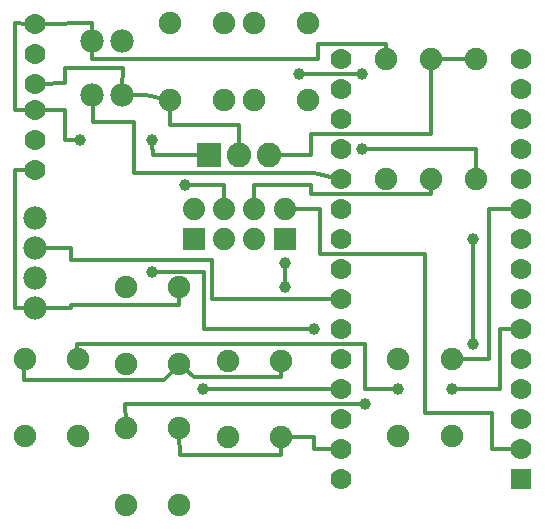
<source format=gtl>
G04 MADE WITH FRITZING*
G04 WWW.FRITZING.ORG*
G04 DOUBLE SIDED*
G04 HOLES PLATED*
G04 CONTOUR ON CENTER OF CONTOUR VECTOR*
%ASAXBY*%
%FSLAX23Y23*%
%MOIN*%
%OFA0B0*%
%SFA1.0B1.0*%
%ADD10C,0.082000*%
%ADD11C,0.069444*%
%ADD12C,0.070000*%
%ADD13C,0.075000*%
%ADD14C,0.074472*%
%ADD15C,0.078000*%
%ADD16C,0.039370*%
%ADD17R,0.082000X0.082000*%
%ADD18R,0.069972X0.070000*%
%ADD19R,0.074472X0.074108*%
%ADD20C,0.012000*%
%LNCOPPER1*%
G90*
G70*
G54D10*
X676Y1398D03*
X776Y1398D03*
X876Y1398D03*
G54D11*
X94Y1836D03*
X94Y1736D03*
X94Y1636D03*
G54D12*
X1717Y318D03*
X1717Y418D03*
X1717Y518D03*
X1717Y618D03*
X1717Y718D03*
X1717Y818D03*
X1717Y918D03*
X1717Y1018D03*
X1717Y1118D03*
X1717Y1218D03*
X1717Y1318D03*
X1717Y1418D03*
X1717Y1518D03*
X1717Y1618D03*
X1717Y1718D03*
X1117Y318D03*
X1117Y418D03*
X1117Y518D03*
X1117Y618D03*
X1117Y718D03*
X1117Y818D03*
X1117Y918D03*
X1117Y1018D03*
X1117Y1118D03*
X1117Y1218D03*
X1117Y1318D03*
X1117Y1418D03*
X1117Y1518D03*
X1117Y1618D03*
X1117Y1718D03*
G54D11*
X97Y1548D03*
X97Y1448D03*
X97Y1349D03*
G54D13*
X1267Y1718D03*
X1267Y1318D03*
X725Y1838D03*
X725Y1582D03*
X547Y1838D03*
X547Y1582D03*
X1005Y1838D03*
X1005Y1582D03*
X827Y1838D03*
X827Y1582D03*
G54D14*
X928Y1118D03*
X928Y1218D03*
X827Y1118D03*
X827Y1218D03*
X727Y1118D03*
X727Y1218D03*
X626Y1118D03*
X626Y1218D03*
X928Y1118D03*
X928Y1218D03*
X827Y1118D03*
X827Y1218D03*
X727Y1118D03*
X727Y1218D03*
X626Y1118D03*
X626Y1218D03*
G54D13*
X1567Y1718D03*
X1567Y1318D03*
X1417Y1718D03*
X1417Y1318D03*
G54D15*
X287Y1598D03*
X387Y1598D03*
X287Y1778D03*
X387Y1778D03*
X97Y888D03*
X97Y988D03*
X97Y1088D03*
X97Y1188D03*
G54D16*
X1027Y818D03*
X1557Y1118D03*
X1557Y768D03*
X1197Y568D03*
X657Y618D03*
X247Y1448D03*
X487Y1448D03*
X1187Y1418D03*
X597Y1298D03*
G54D13*
X238Y718D03*
X238Y462D03*
X61Y718D03*
X61Y462D03*
X400Y232D03*
X400Y488D03*
X577Y232D03*
X577Y488D03*
X400Y702D03*
X400Y958D03*
X577Y702D03*
X577Y958D03*
X740Y458D03*
X740Y714D03*
X917Y458D03*
X917Y714D03*
X1485Y718D03*
X1485Y462D03*
X1307Y718D03*
X1307Y462D03*
G54D16*
X487Y1008D03*
X1307Y618D03*
X1487Y618D03*
X928Y1038D03*
X928Y959D03*
X977Y1668D03*
X1187Y1668D03*
G54D17*
X676Y1398D03*
G54D18*
X1717Y318D03*
G54D19*
X928Y1118D03*
X928Y1118D03*
X626Y1118D03*
G54D20*
X827Y1244D02*
X827Y1299D01*
D02*
X1017Y1269D02*
X1417Y1269D01*
D02*
X1017Y1298D02*
X1017Y1269D01*
D02*
X827Y1299D02*
X1017Y1298D01*
D02*
X1417Y1269D02*
X1417Y1295D01*
D02*
X1608Y718D02*
X1608Y1219D01*
D02*
X1508Y718D02*
X1608Y718D01*
D02*
X1608Y1219D02*
X1694Y1218D01*
D02*
X687Y918D02*
X687Y1048D01*
D02*
X217Y1048D02*
X217Y1088D01*
D02*
X687Y1048D02*
X217Y1048D01*
D02*
X217Y1088D02*
X122Y1088D01*
D02*
X1094Y918D02*
X687Y918D01*
D02*
X288Y1508D02*
X427Y1508D01*
D02*
X427Y1508D02*
X427Y1338D01*
D02*
X288Y1574D02*
X288Y1508D01*
D02*
X1027Y1338D02*
X1094Y1324D01*
D02*
X427Y1338D02*
X1027Y1338D01*
D02*
X1544Y1718D02*
X1440Y1718D01*
D02*
X903Y1398D02*
X1017Y1399D01*
D02*
X1017Y1399D02*
X1017Y1468D01*
D02*
X1017Y1468D02*
X1417Y1468D01*
D02*
X1417Y1468D02*
X1417Y1695D01*
D02*
X1618Y538D02*
X1397Y538D01*
D02*
X1694Y418D02*
X1618Y419D01*
D02*
X1397Y538D02*
X1397Y1069D01*
D02*
X1618Y419D02*
X1618Y538D01*
D02*
X1397Y1069D02*
X1047Y1068D01*
D02*
X1047Y1068D02*
X1047Y1219D01*
D02*
X1047Y1219D02*
X954Y1219D01*
D02*
X727Y1244D02*
X727Y1299D01*
D02*
X727Y1299D02*
X611Y1298D01*
D02*
X1567Y1341D02*
X1567Y1419D01*
D02*
X1567Y1419D02*
X1201Y1418D01*
D02*
X525Y1587D02*
X467Y1598D01*
D02*
X467Y1598D02*
X412Y1598D01*
D02*
X776Y1425D02*
X777Y1499D01*
D02*
X777Y1499D02*
X547Y1499D01*
D02*
X547Y1499D02*
X547Y1559D01*
D02*
X197Y1688D02*
X388Y1688D01*
D02*
X197Y1638D02*
X197Y1688D01*
D02*
X115Y1636D02*
X197Y1638D01*
D02*
X388Y1688D02*
X387Y1623D01*
D02*
X217Y888D02*
X97Y888D01*
D02*
X217Y899D02*
X217Y888D01*
D02*
X577Y899D02*
X217Y899D01*
D02*
X577Y935D02*
X577Y899D01*
D02*
X28Y888D02*
X28Y1348D01*
D02*
X28Y1348D02*
X77Y1348D01*
D02*
X73Y888D02*
X28Y888D01*
D02*
X917Y659D02*
X627Y659D01*
D02*
X917Y691D02*
X917Y659D01*
D02*
X627Y659D02*
X595Y687D01*
D02*
X1027Y419D02*
X1027Y458D01*
D02*
X1094Y418D02*
X1027Y419D01*
D02*
X1027Y458D02*
X940Y458D01*
D02*
X1694Y819D02*
X1647Y819D01*
D02*
X1647Y819D02*
X1647Y618D01*
D02*
X1647Y618D02*
X1501Y618D01*
D02*
X1294Y618D02*
X1197Y619D01*
D02*
X1197Y619D02*
X1197Y769D01*
D02*
X1197Y769D02*
X237Y769D01*
D02*
X237Y769D02*
X238Y741D01*
D02*
X1014Y818D02*
X658Y818D01*
D02*
X658Y818D02*
X658Y1009D01*
D02*
X658Y1009D02*
X501Y1008D01*
D02*
X399Y511D02*
X397Y568D01*
D02*
X397Y568D02*
X1184Y568D01*
D02*
X1557Y782D02*
X1557Y1105D01*
D02*
X287Y1803D02*
X287Y1838D01*
D02*
X287Y1838D02*
X115Y1836D01*
D02*
X77Y1549D02*
X28Y1549D01*
D02*
X28Y1549D02*
X28Y1838D01*
D02*
X28Y1838D02*
X73Y1836D01*
D02*
X650Y1398D02*
X488Y1399D01*
D02*
X488Y1399D02*
X487Y1435D01*
D02*
X1267Y1769D02*
X1038Y1769D01*
D02*
X1267Y1741D02*
X1267Y1769D01*
D02*
X1038Y1769D02*
X1038Y1718D01*
D02*
X1038Y1718D02*
X287Y1718D01*
D02*
X287Y1718D02*
X287Y1754D01*
D02*
X1094Y618D02*
X671Y618D01*
D02*
X197Y1548D02*
X118Y1548D01*
D02*
X197Y1448D02*
X197Y1548D01*
D02*
X234Y1448D02*
X197Y1448D01*
D02*
X527Y648D02*
X562Y685D01*
D02*
X60Y695D02*
X58Y648D01*
D02*
X58Y648D02*
X527Y648D01*
D02*
X917Y399D02*
X917Y435D01*
D02*
X578Y399D02*
X917Y399D01*
D02*
X577Y465D02*
X578Y399D01*
D02*
X928Y978D02*
X928Y1019D01*
D02*
X1168Y1668D02*
X996Y1668D01*
G04 End of Copper1*
M02*
</source>
